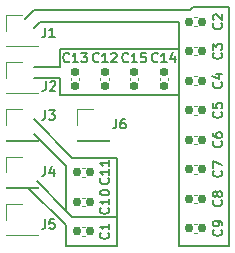
<source format=gto>
G04 #@! TF.GenerationSoftware,KiCad,Pcbnew,(7.0.0)*
G04 #@! TF.CreationDate,2023-03-10T18:14:51+01:00*
G04 #@! TF.ProjectId,CapacitorBox0402,43617061-6369-4746-9f72-426f78303430,rev?*
G04 #@! TF.SameCoordinates,Original*
G04 #@! TF.FileFunction,Legend,Top*
G04 #@! TF.FilePolarity,Positive*
%FSLAX46Y46*%
G04 Gerber Fmt 4.6, Leading zero omitted, Abs format (unit mm)*
G04 Created by KiCad (PCBNEW (7.0.0)) date 2023-03-10 18:14:51*
%MOMM*%
%LPD*%
G01*
G04 APERTURE LIST*
G04 Aperture macros list*
%AMRoundRect*
0 Rectangle with rounded corners*
0 $1 Rounding radius*
0 $2 $3 $4 $5 $6 $7 $8 $9 X,Y pos of 4 corners*
0 Add a 4 corners polygon primitive as box body*
4,1,4,$2,$3,$4,$5,$6,$7,$8,$9,$2,$3,0*
0 Add four circle primitives for the rounded corners*
1,1,$1+$1,$2,$3*
1,1,$1+$1,$4,$5*
1,1,$1+$1,$6,$7*
1,1,$1+$1,$8,$9*
0 Add four rect primitives between the rounded corners*
20,1,$1+$1,$2,$3,$4,$5,0*
20,1,$1+$1,$4,$5,$6,$7,0*
20,1,$1+$1,$6,$7,$8,$9,0*
20,1,$1+$1,$8,$9,$2,$3,0*%
G04 Aperture macros list end*
%ADD10C,0.150000*%
%ADD11C,0.120000*%
%ADD12RoundRect,0.155000X-0.212500X-0.155000X0.212500X-0.155000X0.212500X0.155000X-0.212500X0.155000X0*%
%ADD13RoundRect,0.155000X-0.155000X0.212500X-0.155000X-0.212500X0.155000X-0.212500X0.155000X0.212500X0*%
%ADD14R,1.700000X1.700000*%
G04 #@! TA.AperFunction,Profile*
%ADD15C,0.100000*%
G04 #@! TD*
G04 APERTURE END LIST*
D10*
X111000000Y-121250000D02*
X106750000Y-121250000D01*
X107250000Y-118750000D02*
X111000000Y-118750000D01*
X106750000Y-114500000D02*
X106750000Y-118250000D01*
X104000000Y-101250000D02*
X103250000Y-102000000D01*
X106750000Y-118250000D02*
X104250000Y-115750000D01*
X111000000Y-118750000D02*
X111000000Y-113750000D01*
X120500000Y-121250000D02*
X116250000Y-121250000D01*
X106750000Y-114500000D02*
X104000000Y-111750000D01*
X106750000Y-119500000D02*
X103500000Y-116330000D01*
X104000000Y-106100000D02*
X106200000Y-106100000D01*
X120500000Y-101000000D02*
X120500000Y-121250000D01*
X106200000Y-107000000D02*
X106200000Y-108500000D01*
X106250000Y-102250000D02*
X104500000Y-102250000D01*
X106200000Y-106100000D02*
X106200000Y-104600000D01*
X106750000Y-118250000D02*
X107250000Y-118750000D01*
X117500000Y-101000000D02*
X120500000Y-101000000D01*
X106750000Y-121250000D02*
X106750000Y-119500000D01*
X111000000Y-113750000D02*
X107250000Y-113750000D01*
X116250000Y-108500000D02*
X106200000Y-108500000D01*
X107250000Y-113750000D02*
X104000000Y-110500000D01*
X116250000Y-102250000D02*
X116250000Y-121250000D01*
X106250000Y-102250000D02*
X116250000Y-102250000D01*
X104500000Y-102250000D02*
X104000000Y-102750000D01*
X117500000Y-101000000D02*
X117250000Y-101250000D01*
X106200000Y-107000000D02*
X104000000Y-107000000D01*
X117250000Y-101250000D02*
X104000000Y-101250000D01*
X106200000Y-104600000D02*
X116200000Y-104600000D01*
X111000000Y-118750000D02*
X111000000Y-121250000D01*
X119880214Y-119883332D02*
X119918309Y-119921428D01*
X119918309Y-119921428D02*
X119956404Y-120035713D01*
X119956404Y-120035713D02*
X119956404Y-120111904D01*
X119956404Y-120111904D02*
X119918309Y-120226190D01*
X119918309Y-120226190D02*
X119842119Y-120302380D01*
X119842119Y-120302380D02*
X119765928Y-120340475D01*
X119765928Y-120340475D02*
X119613547Y-120378571D01*
X119613547Y-120378571D02*
X119499261Y-120378571D01*
X119499261Y-120378571D02*
X119346880Y-120340475D01*
X119346880Y-120340475D02*
X119270690Y-120302380D01*
X119270690Y-120302380D02*
X119194500Y-120226190D01*
X119194500Y-120226190D02*
X119156404Y-120111904D01*
X119156404Y-120111904D02*
X119156404Y-120035713D01*
X119156404Y-120035713D02*
X119194500Y-119921428D01*
X119194500Y-119921428D02*
X119232595Y-119883332D01*
X119956404Y-119502380D02*
X119956404Y-119349999D01*
X119956404Y-119349999D02*
X119918309Y-119273809D01*
X119918309Y-119273809D02*
X119880214Y-119235713D01*
X119880214Y-119235713D02*
X119765928Y-119159523D01*
X119765928Y-119159523D02*
X119613547Y-119121428D01*
X119613547Y-119121428D02*
X119308785Y-119121428D01*
X119308785Y-119121428D02*
X119232595Y-119159523D01*
X119232595Y-119159523D02*
X119194500Y-119197618D01*
X119194500Y-119197618D02*
X119156404Y-119273809D01*
X119156404Y-119273809D02*
X119156404Y-119426190D01*
X119156404Y-119426190D02*
X119194500Y-119502380D01*
X119194500Y-119502380D02*
X119232595Y-119540475D01*
X119232595Y-119540475D02*
X119308785Y-119578571D01*
X119308785Y-119578571D02*
X119499261Y-119578571D01*
X119499261Y-119578571D02*
X119575452Y-119540475D01*
X119575452Y-119540475D02*
X119613547Y-119502380D01*
X119613547Y-119502380D02*
X119651642Y-119426190D01*
X119651642Y-119426190D02*
X119651642Y-119273809D01*
X119651642Y-119273809D02*
X119613547Y-119197618D01*
X119613547Y-119197618D02*
X119575452Y-119159523D01*
X119575452Y-119159523D02*
X119499261Y-119121428D01*
X119880214Y-117383332D02*
X119918309Y-117421428D01*
X119918309Y-117421428D02*
X119956404Y-117535713D01*
X119956404Y-117535713D02*
X119956404Y-117611904D01*
X119956404Y-117611904D02*
X119918309Y-117726190D01*
X119918309Y-117726190D02*
X119842119Y-117802380D01*
X119842119Y-117802380D02*
X119765928Y-117840475D01*
X119765928Y-117840475D02*
X119613547Y-117878571D01*
X119613547Y-117878571D02*
X119499261Y-117878571D01*
X119499261Y-117878571D02*
X119346880Y-117840475D01*
X119346880Y-117840475D02*
X119270690Y-117802380D01*
X119270690Y-117802380D02*
X119194500Y-117726190D01*
X119194500Y-117726190D02*
X119156404Y-117611904D01*
X119156404Y-117611904D02*
X119156404Y-117535713D01*
X119156404Y-117535713D02*
X119194500Y-117421428D01*
X119194500Y-117421428D02*
X119232595Y-117383332D01*
X119499261Y-116926190D02*
X119461166Y-117002380D01*
X119461166Y-117002380D02*
X119423071Y-117040475D01*
X119423071Y-117040475D02*
X119346880Y-117078571D01*
X119346880Y-117078571D02*
X119308785Y-117078571D01*
X119308785Y-117078571D02*
X119232595Y-117040475D01*
X119232595Y-117040475D02*
X119194500Y-117002380D01*
X119194500Y-117002380D02*
X119156404Y-116926190D01*
X119156404Y-116926190D02*
X119156404Y-116773809D01*
X119156404Y-116773809D02*
X119194500Y-116697618D01*
X119194500Y-116697618D02*
X119232595Y-116659523D01*
X119232595Y-116659523D02*
X119308785Y-116621428D01*
X119308785Y-116621428D02*
X119346880Y-116621428D01*
X119346880Y-116621428D02*
X119423071Y-116659523D01*
X119423071Y-116659523D02*
X119461166Y-116697618D01*
X119461166Y-116697618D02*
X119499261Y-116773809D01*
X119499261Y-116773809D02*
X119499261Y-116926190D01*
X119499261Y-116926190D02*
X119537357Y-117002380D01*
X119537357Y-117002380D02*
X119575452Y-117040475D01*
X119575452Y-117040475D02*
X119651642Y-117078571D01*
X119651642Y-117078571D02*
X119804023Y-117078571D01*
X119804023Y-117078571D02*
X119880214Y-117040475D01*
X119880214Y-117040475D02*
X119918309Y-117002380D01*
X119918309Y-117002380D02*
X119956404Y-116926190D01*
X119956404Y-116926190D02*
X119956404Y-116773809D01*
X119956404Y-116773809D02*
X119918309Y-116697618D01*
X119918309Y-116697618D02*
X119880214Y-116659523D01*
X119880214Y-116659523D02*
X119804023Y-116621428D01*
X119804023Y-116621428D02*
X119651642Y-116621428D01*
X119651642Y-116621428D02*
X119575452Y-116659523D01*
X119575452Y-116659523D02*
X119537357Y-116697618D01*
X119537357Y-116697618D02*
X119499261Y-116773809D01*
X109485714Y-105617714D02*
X109447618Y-105655809D01*
X109447618Y-105655809D02*
X109333333Y-105693904D01*
X109333333Y-105693904D02*
X109257142Y-105693904D01*
X109257142Y-105693904D02*
X109142856Y-105655809D01*
X109142856Y-105655809D02*
X109066666Y-105579619D01*
X109066666Y-105579619D02*
X109028571Y-105503428D01*
X109028571Y-105503428D02*
X108990475Y-105351047D01*
X108990475Y-105351047D02*
X108990475Y-105236761D01*
X108990475Y-105236761D02*
X109028571Y-105084380D01*
X109028571Y-105084380D02*
X109066666Y-105008190D01*
X109066666Y-105008190D02*
X109142856Y-104932000D01*
X109142856Y-104932000D02*
X109257142Y-104893904D01*
X109257142Y-104893904D02*
X109333333Y-104893904D01*
X109333333Y-104893904D02*
X109447618Y-104932000D01*
X109447618Y-104932000D02*
X109485714Y-104970095D01*
X110247618Y-105693904D02*
X109790475Y-105693904D01*
X110019047Y-105693904D02*
X110019047Y-104893904D01*
X110019047Y-104893904D02*
X109942856Y-105008190D01*
X109942856Y-105008190D02*
X109866666Y-105084380D01*
X109866666Y-105084380D02*
X109790475Y-105122476D01*
X110552380Y-104970095D02*
X110590476Y-104932000D01*
X110590476Y-104932000D02*
X110666666Y-104893904D01*
X110666666Y-104893904D02*
X110857142Y-104893904D01*
X110857142Y-104893904D02*
X110933333Y-104932000D01*
X110933333Y-104932000D02*
X110971428Y-104970095D01*
X110971428Y-104970095D02*
X111009523Y-105046285D01*
X111009523Y-105046285D02*
X111009523Y-105122476D01*
X111009523Y-105122476D02*
X110971428Y-105236761D01*
X110971428Y-105236761D02*
X110514285Y-105693904D01*
X110514285Y-105693904D02*
X111009523Y-105693904D01*
X104983333Y-114493904D02*
X104983333Y-115065333D01*
X104983333Y-115065333D02*
X104945238Y-115179619D01*
X104945238Y-115179619D02*
X104869047Y-115255809D01*
X104869047Y-115255809D02*
X104754762Y-115293904D01*
X104754762Y-115293904D02*
X104678571Y-115293904D01*
X105707143Y-114760571D02*
X105707143Y-115293904D01*
X105516667Y-114455809D02*
X105326190Y-115027238D01*
X105326190Y-115027238D02*
X105821429Y-115027238D01*
X104983333Y-118993904D02*
X104983333Y-119565333D01*
X104983333Y-119565333D02*
X104945238Y-119679619D01*
X104945238Y-119679619D02*
X104869047Y-119755809D01*
X104869047Y-119755809D02*
X104754762Y-119793904D01*
X104754762Y-119793904D02*
X104678571Y-119793904D01*
X105745238Y-118993904D02*
X105364286Y-118993904D01*
X105364286Y-118993904D02*
X105326190Y-119374857D01*
X105326190Y-119374857D02*
X105364286Y-119336761D01*
X105364286Y-119336761D02*
X105440476Y-119298666D01*
X105440476Y-119298666D02*
X105630952Y-119298666D01*
X105630952Y-119298666D02*
X105707143Y-119336761D01*
X105707143Y-119336761D02*
X105745238Y-119374857D01*
X105745238Y-119374857D02*
X105783333Y-119451047D01*
X105783333Y-119451047D02*
X105783333Y-119641523D01*
X105783333Y-119641523D02*
X105745238Y-119717714D01*
X105745238Y-119717714D02*
X105707143Y-119755809D01*
X105707143Y-119755809D02*
X105630952Y-119793904D01*
X105630952Y-119793904D02*
X105440476Y-119793904D01*
X105440476Y-119793904D02*
X105364286Y-119755809D01*
X105364286Y-119755809D02*
X105326190Y-119717714D01*
X111985714Y-105617714D02*
X111947618Y-105655809D01*
X111947618Y-105655809D02*
X111833333Y-105693904D01*
X111833333Y-105693904D02*
X111757142Y-105693904D01*
X111757142Y-105693904D02*
X111642856Y-105655809D01*
X111642856Y-105655809D02*
X111566666Y-105579619D01*
X111566666Y-105579619D02*
X111528571Y-105503428D01*
X111528571Y-105503428D02*
X111490475Y-105351047D01*
X111490475Y-105351047D02*
X111490475Y-105236761D01*
X111490475Y-105236761D02*
X111528571Y-105084380D01*
X111528571Y-105084380D02*
X111566666Y-105008190D01*
X111566666Y-105008190D02*
X111642856Y-104932000D01*
X111642856Y-104932000D02*
X111757142Y-104893904D01*
X111757142Y-104893904D02*
X111833333Y-104893904D01*
X111833333Y-104893904D02*
X111947618Y-104932000D01*
X111947618Y-104932000D02*
X111985714Y-104970095D01*
X112747618Y-105693904D02*
X112290475Y-105693904D01*
X112519047Y-105693904D02*
X112519047Y-104893904D01*
X112519047Y-104893904D02*
X112442856Y-105008190D01*
X112442856Y-105008190D02*
X112366666Y-105084380D01*
X112366666Y-105084380D02*
X112290475Y-105122476D01*
X113471428Y-104893904D02*
X113090476Y-104893904D01*
X113090476Y-104893904D02*
X113052380Y-105274857D01*
X113052380Y-105274857D02*
X113090476Y-105236761D01*
X113090476Y-105236761D02*
X113166666Y-105198666D01*
X113166666Y-105198666D02*
X113357142Y-105198666D01*
X113357142Y-105198666D02*
X113433333Y-105236761D01*
X113433333Y-105236761D02*
X113471428Y-105274857D01*
X113471428Y-105274857D02*
X113509523Y-105351047D01*
X113509523Y-105351047D02*
X113509523Y-105541523D01*
X113509523Y-105541523D02*
X113471428Y-105617714D01*
X113471428Y-105617714D02*
X113433333Y-105655809D01*
X113433333Y-105655809D02*
X113357142Y-105693904D01*
X113357142Y-105693904D02*
X113166666Y-105693904D01*
X113166666Y-105693904D02*
X113090476Y-105655809D01*
X113090476Y-105655809D02*
X113052380Y-105617714D01*
X106985714Y-105617714D02*
X106947618Y-105655809D01*
X106947618Y-105655809D02*
X106833333Y-105693904D01*
X106833333Y-105693904D02*
X106757142Y-105693904D01*
X106757142Y-105693904D02*
X106642856Y-105655809D01*
X106642856Y-105655809D02*
X106566666Y-105579619D01*
X106566666Y-105579619D02*
X106528571Y-105503428D01*
X106528571Y-105503428D02*
X106490475Y-105351047D01*
X106490475Y-105351047D02*
X106490475Y-105236761D01*
X106490475Y-105236761D02*
X106528571Y-105084380D01*
X106528571Y-105084380D02*
X106566666Y-105008190D01*
X106566666Y-105008190D02*
X106642856Y-104932000D01*
X106642856Y-104932000D02*
X106757142Y-104893904D01*
X106757142Y-104893904D02*
X106833333Y-104893904D01*
X106833333Y-104893904D02*
X106947618Y-104932000D01*
X106947618Y-104932000D02*
X106985714Y-104970095D01*
X107747618Y-105693904D02*
X107290475Y-105693904D01*
X107519047Y-105693904D02*
X107519047Y-104893904D01*
X107519047Y-104893904D02*
X107442856Y-105008190D01*
X107442856Y-105008190D02*
X107366666Y-105084380D01*
X107366666Y-105084380D02*
X107290475Y-105122476D01*
X108014285Y-104893904D02*
X108509523Y-104893904D01*
X108509523Y-104893904D02*
X108242857Y-105198666D01*
X108242857Y-105198666D02*
X108357142Y-105198666D01*
X108357142Y-105198666D02*
X108433333Y-105236761D01*
X108433333Y-105236761D02*
X108471428Y-105274857D01*
X108471428Y-105274857D02*
X108509523Y-105351047D01*
X108509523Y-105351047D02*
X108509523Y-105541523D01*
X108509523Y-105541523D02*
X108471428Y-105617714D01*
X108471428Y-105617714D02*
X108433333Y-105655809D01*
X108433333Y-105655809D02*
X108357142Y-105693904D01*
X108357142Y-105693904D02*
X108128571Y-105693904D01*
X108128571Y-105693904D02*
X108052380Y-105655809D01*
X108052380Y-105655809D02*
X108014285Y-105617714D01*
X104983333Y-102743904D02*
X104983333Y-103315333D01*
X104983333Y-103315333D02*
X104945238Y-103429619D01*
X104945238Y-103429619D02*
X104869047Y-103505809D01*
X104869047Y-103505809D02*
X104754762Y-103543904D01*
X104754762Y-103543904D02*
X104678571Y-103543904D01*
X105783333Y-103543904D02*
X105326190Y-103543904D01*
X105554762Y-103543904D02*
X105554762Y-102743904D01*
X105554762Y-102743904D02*
X105478571Y-102858190D01*
X105478571Y-102858190D02*
X105402381Y-102934380D01*
X105402381Y-102934380D02*
X105326190Y-102972476D01*
X110983333Y-110493904D02*
X110983333Y-111065333D01*
X110983333Y-111065333D02*
X110945238Y-111179619D01*
X110945238Y-111179619D02*
X110869047Y-111255809D01*
X110869047Y-111255809D02*
X110754762Y-111293904D01*
X110754762Y-111293904D02*
X110678571Y-111293904D01*
X111707143Y-110493904D02*
X111554762Y-110493904D01*
X111554762Y-110493904D02*
X111478571Y-110532000D01*
X111478571Y-110532000D02*
X111440476Y-110570095D01*
X111440476Y-110570095D02*
X111364286Y-110684380D01*
X111364286Y-110684380D02*
X111326190Y-110836761D01*
X111326190Y-110836761D02*
X111326190Y-111141523D01*
X111326190Y-111141523D02*
X111364286Y-111217714D01*
X111364286Y-111217714D02*
X111402381Y-111255809D01*
X111402381Y-111255809D02*
X111478571Y-111293904D01*
X111478571Y-111293904D02*
X111630952Y-111293904D01*
X111630952Y-111293904D02*
X111707143Y-111255809D01*
X111707143Y-111255809D02*
X111745238Y-111217714D01*
X111745238Y-111217714D02*
X111783333Y-111141523D01*
X111783333Y-111141523D02*
X111783333Y-110951047D01*
X111783333Y-110951047D02*
X111745238Y-110874857D01*
X111745238Y-110874857D02*
X111707143Y-110836761D01*
X111707143Y-110836761D02*
X111630952Y-110798666D01*
X111630952Y-110798666D02*
X111478571Y-110798666D01*
X111478571Y-110798666D02*
X111402381Y-110836761D01*
X111402381Y-110836761D02*
X111364286Y-110874857D01*
X111364286Y-110874857D02*
X111326190Y-110951047D01*
X110317714Y-118014285D02*
X110355809Y-118052381D01*
X110355809Y-118052381D02*
X110393904Y-118166666D01*
X110393904Y-118166666D02*
X110393904Y-118242857D01*
X110393904Y-118242857D02*
X110355809Y-118357143D01*
X110355809Y-118357143D02*
X110279619Y-118433333D01*
X110279619Y-118433333D02*
X110203428Y-118471428D01*
X110203428Y-118471428D02*
X110051047Y-118509524D01*
X110051047Y-118509524D02*
X109936761Y-118509524D01*
X109936761Y-118509524D02*
X109784380Y-118471428D01*
X109784380Y-118471428D02*
X109708190Y-118433333D01*
X109708190Y-118433333D02*
X109632000Y-118357143D01*
X109632000Y-118357143D02*
X109593904Y-118242857D01*
X109593904Y-118242857D02*
X109593904Y-118166666D01*
X109593904Y-118166666D02*
X109632000Y-118052381D01*
X109632000Y-118052381D02*
X109670095Y-118014285D01*
X110393904Y-117252381D02*
X110393904Y-117709524D01*
X110393904Y-117480952D02*
X109593904Y-117480952D01*
X109593904Y-117480952D02*
X109708190Y-117557143D01*
X109708190Y-117557143D02*
X109784380Y-117633333D01*
X109784380Y-117633333D02*
X109822476Y-117709524D01*
X109593904Y-116757142D02*
X109593904Y-116680952D01*
X109593904Y-116680952D02*
X109632000Y-116604761D01*
X109632000Y-116604761D02*
X109670095Y-116566666D01*
X109670095Y-116566666D02*
X109746285Y-116528571D01*
X109746285Y-116528571D02*
X109898666Y-116490476D01*
X109898666Y-116490476D02*
X110089142Y-116490476D01*
X110089142Y-116490476D02*
X110241523Y-116528571D01*
X110241523Y-116528571D02*
X110317714Y-116566666D01*
X110317714Y-116566666D02*
X110355809Y-116604761D01*
X110355809Y-116604761D02*
X110393904Y-116680952D01*
X110393904Y-116680952D02*
X110393904Y-116757142D01*
X110393904Y-116757142D02*
X110355809Y-116833333D01*
X110355809Y-116833333D02*
X110317714Y-116871428D01*
X110317714Y-116871428D02*
X110241523Y-116909523D01*
X110241523Y-116909523D02*
X110089142Y-116947619D01*
X110089142Y-116947619D02*
X109898666Y-116947619D01*
X109898666Y-116947619D02*
X109746285Y-116909523D01*
X109746285Y-116909523D02*
X109670095Y-116871428D01*
X109670095Y-116871428D02*
X109632000Y-116833333D01*
X109632000Y-116833333D02*
X109593904Y-116757142D01*
X114485714Y-105617714D02*
X114447618Y-105655809D01*
X114447618Y-105655809D02*
X114333333Y-105693904D01*
X114333333Y-105693904D02*
X114257142Y-105693904D01*
X114257142Y-105693904D02*
X114142856Y-105655809D01*
X114142856Y-105655809D02*
X114066666Y-105579619D01*
X114066666Y-105579619D02*
X114028571Y-105503428D01*
X114028571Y-105503428D02*
X113990475Y-105351047D01*
X113990475Y-105351047D02*
X113990475Y-105236761D01*
X113990475Y-105236761D02*
X114028571Y-105084380D01*
X114028571Y-105084380D02*
X114066666Y-105008190D01*
X114066666Y-105008190D02*
X114142856Y-104932000D01*
X114142856Y-104932000D02*
X114257142Y-104893904D01*
X114257142Y-104893904D02*
X114333333Y-104893904D01*
X114333333Y-104893904D02*
X114447618Y-104932000D01*
X114447618Y-104932000D02*
X114485714Y-104970095D01*
X115247618Y-105693904D02*
X114790475Y-105693904D01*
X115019047Y-105693904D02*
X115019047Y-104893904D01*
X115019047Y-104893904D02*
X114942856Y-105008190D01*
X114942856Y-105008190D02*
X114866666Y-105084380D01*
X114866666Y-105084380D02*
X114790475Y-105122476D01*
X115933333Y-105160571D02*
X115933333Y-105693904D01*
X115742857Y-104855809D02*
X115552380Y-105427238D01*
X115552380Y-105427238D02*
X116047619Y-105427238D01*
X119880214Y-114883332D02*
X119918309Y-114921428D01*
X119918309Y-114921428D02*
X119956404Y-115035713D01*
X119956404Y-115035713D02*
X119956404Y-115111904D01*
X119956404Y-115111904D02*
X119918309Y-115226190D01*
X119918309Y-115226190D02*
X119842119Y-115302380D01*
X119842119Y-115302380D02*
X119765928Y-115340475D01*
X119765928Y-115340475D02*
X119613547Y-115378571D01*
X119613547Y-115378571D02*
X119499261Y-115378571D01*
X119499261Y-115378571D02*
X119346880Y-115340475D01*
X119346880Y-115340475D02*
X119270690Y-115302380D01*
X119270690Y-115302380D02*
X119194500Y-115226190D01*
X119194500Y-115226190D02*
X119156404Y-115111904D01*
X119156404Y-115111904D02*
X119156404Y-115035713D01*
X119156404Y-115035713D02*
X119194500Y-114921428D01*
X119194500Y-114921428D02*
X119232595Y-114883332D01*
X119156404Y-114616666D02*
X119156404Y-114083332D01*
X119156404Y-114083332D02*
X119956404Y-114426190D01*
X119880214Y-104883332D02*
X119918309Y-104921428D01*
X119918309Y-104921428D02*
X119956404Y-105035713D01*
X119956404Y-105035713D02*
X119956404Y-105111904D01*
X119956404Y-105111904D02*
X119918309Y-105226190D01*
X119918309Y-105226190D02*
X119842119Y-105302380D01*
X119842119Y-105302380D02*
X119765928Y-105340475D01*
X119765928Y-105340475D02*
X119613547Y-105378571D01*
X119613547Y-105378571D02*
X119499261Y-105378571D01*
X119499261Y-105378571D02*
X119346880Y-105340475D01*
X119346880Y-105340475D02*
X119270690Y-105302380D01*
X119270690Y-105302380D02*
X119194500Y-105226190D01*
X119194500Y-105226190D02*
X119156404Y-105111904D01*
X119156404Y-105111904D02*
X119156404Y-105035713D01*
X119156404Y-105035713D02*
X119194500Y-104921428D01*
X119194500Y-104921428D02*
X119232595Y-104883332D01*
X119156404Y-104616666D02*
X119156404Y-104121428D01*
X119156404Y-104121428D02*
X119461166Y-104388094D01*
X119461166Y-104388094D02*
X119461166Y-104273809D01*
X119461166Y-104273809D02*
X119499261Y-104197618D01*
X119499261Y-104197618D02*
X119537357Y-104159523D01*
X119537357Y-104159523D02*
X119613547Y-104121428D01*
X119613547Y-104121428D02*
X119804023Y-104121428D01*
X119804023Y-104121428D02*
X119880214Y-104159523D01*
X119880214Y-104159523D02*
X119918309Y-104197618D01*
X119918309Y-104197618D02*
X119956404Y-104273809D01*
X119956404Y-104273809D02*
X119956404Y-104502380D01*
X119956404Y-104502380D02*
X119918309Y-104578571D01*
X119918309Y-104578571D02*
X119880214Y-104616666D01*
X104983333Y-109743904D02*
X104983333Y-110315333D01*
X104983333Y-110315333D02*
X104945238Y-110429619D01*
X104945238Y-110429619D02*
X104869047Y-110505809D01*
X104869047Y-110505809D02*
X104754762Y-110543904D01*
X104754762Y-110543904D02*
X104678571Y-110543904D01*
X105288095Y-109743904D02*
X105783333Y-109743904D01*
X105783333Y-109743904D02*
X105516667Y-110048666D01*
X105516667Y-110048666D02*
X105630952Y-110048666D01*
X105630952Y-110048666D02*
X105707143Y-110086761D01*
X105707143Y-110086761D02*
X105745238Y-110124857D01*
X105745238Y-110124857D02*
X105783333Y-110201047D01*
X105783333Y-110201047D02*
X105783333Y-110391523D01*
X105783333Y-110391523D02*
X105745238Y-110467714D01*
X105745238Y-110467714D02*
X105707143Y-110505809D01*
X105707143Y-110505809D02*
X105630952Y-110543904D01*
X105630952Y-110543904D02*
X105402381Y-110543904D01*
X105402381Y-110543904D02*
X105326190Y-110505809D01*
X105326190Y-110505809D02*
X105288095Y-110467714D01*
X119880214Y-107383332D02*
X119918309Y-107421428D01*
X119918309Y-107421428D02*
X119956404Y-107535713D01*
X119956404Y-107535713D02*
X119956404Y-107611904D01*
X119956404Y-107611904D02*
X119918309Y-107726190D01*
X119918309Y-107726190D02*
X119842119Y-107802380D01*
X119842119Y-107802380D02*
X119765928Y-107840475D01*
X119765928Y-107840475D02*
X119613547Y-107878571D01*
X119613547Y-107878571D02*
X119499261Y-107878571D01*
X119499261Y-107878571D02*
X119346880Y-107840475D01*
X119346880Y-107840475D02*
X119270690Y-107802380D01*
X119270690Y-107802380D02*
X119194500Y-107726190D01*
X119194500Y-107726190D02*
X119156404Y-107611904D01*
X119156404Y-107611904D02*
X119156404Y-107535713D01*
X119156404Y-107535713D02*
X119194500Y-107421428D01*
X119194500Y-107421428D02*
X119232595Y-107383332D01*
X119423071Y-106697618D02*
X119956404Y-106697618D01*
X119118309Y-106888094D02*
X119689738Y-107078571D01*
X119689738Y-107078571D02*
X119689738Y-106583332D01*
X119880214Y-102383332D02*
X119918309Y-102421428D01*
X119918309Y-102421428D02*
X119956404Y-102535713D01*
X119956404Y-102535713D02*
X119956404Y-102611904D01*
X119956404Y-102611904D02*
X119918309Y-102726190D01*
X119918309Y-102726190D02*
X119842119Y-102802380D01*
X119842119Y-102802380D02*
X119765928Y-102840475D01*
X119765928Y-102840475D02*
X119613547Y-102878571D01*
X119613547Y-102878571D02*
X119499261Y-102878571D01*
X119499261Y-102878571D02*
X119346880Y-102840475D01*
X119346880Y-102840475D02*
X119270690Y-102802380D01*
X119270690Y-102802380D02*
X119194500Y-102726190D01*
X119194500Y-102726190D02*
X119156404Y-102611904D01*
X119156404Y-102611904D02*
X119156404Y-102535713D01*
X119156404Y-102535713D02*
X119194500Y-102421428D01*
X119194500Y-102421428D02*
X119232595Y-102383332D01*
X119232595Y-102078571D02*
X119194500Y-102040475D01*
X119194500Y-102040475D02*
X119156404Y-101964285D01*
X119156404Y-101964285D02*
X119156404Y-101773809D01*
X119156404Y-101773809D02*
X119194500Y-101697618D01*
X119194500Y-101697618D02*
X119232595Y-101659523D01*
X119232595Y-101659523D02*
X119308785Y-101621428D01*
X119308785Y-101621428D02*
X119384976Y-101621428D01*
X119384976Y-101621428D02*
X119499261Y-101659523D01*
X119499261Y-101659523D02*
X119956404Y-102116666D01*
X119956404Y-102116666D02*
X119956404Y-101621428D01*
X119880214Y-112383332D02*
X119918309Y-112421428D01*
X119918309Y-112421428D02*
X119956404Y-112535713D01*
X119956404Y-112535713D02*
X119956404Y-112611904D01*
X119956404Y-112611904D02*
X119918309Y-112726190D01*
X119918309Y-112726190D02*
X119842119Y-112802380D01*
X119842119Y-112802380D02*
X119765928Y-112840475D01*
X119765928Y-112840475D02*
X119613547Y-112878571D01*
X119613547Y-112878571D02*
X119499261Y-112878571D01*
X119499261Y-112878571D02*
X119346880Y-112840475D01*
X119346880Y-112840475D02*
X119270690Y-112802380D01*
X119270690Y-112802380D02*
X119194500Y-112726190D01*
X119194500Y-112726190D02*
X119156404Y-112611904D01*
X119156404Y-112611904D02*
X119156404Y-112535713D01*
X119156404Y-112535713D02*
X119194500Y-112421428D01*
X119194500Y-112421428D02*
X119232595Y-112383332D01*
X119156404Y-111697618D02*
X119156404Y-111849999D01*
X119156404Y-111849999D02*
X119194500Y-111926190D01*
X119194500Y-111926190D02*
X119232595Y-111964285D01*
X119232595Y-111964285D02*
X119346880Y-112040475D01*
X119346880Y-112040475D02*
X119499261Y-112078571D01*
X119499261Y-112078571D02*
X119804023Y-112078571D01*
X119804023Y-112078571D02*
X119880214Y-112040475D01*
X119880214Y-112040475D02*
X119918309Y-112002380D01*
X119918309Y-112002380D02*
X119956404Y-111926190D01*
X119956404Y-111926190D02*
X119956404Y-111773809D01*
X119956404Y-111773809D02*
X119918309Y-111697618D01*
X119918309Y-111697618D02*
X119880214Y-111659523D01*
X119880214Y-111659523D02*
X119804023Y-111621428D01*
X119804023Y-111621428D02*
X119613547Y-111621428D01*
X119613547Y-111621428D02*
X119537357Y-111659523D01*
X119537357Y-111659523D02*
X119499261Y-111697618D01*
X119499261Y-111697618D02*
X119461166Y-111773809D01*
X119461166Y-111773809D02*
X119461166Y-111926190D01*
X119461166Y-111926190D02*
X119499261Y-112002380D01*
X119499261Y-112002380D02*
X119537357Y-112040475D01*
X119537357Y-112040475D02*
X119613547Y-112078571D01*
X110317714Y-115514285D02*
X110355809Y-115552381D01*
X110355809Y-115552381D02*
X110393904Y-115666666D01*
X110393904Y-115666666D02*
X110393904Y-115742857D01*
X110393904Y-115742857D02*
X110355809Y-115857143D01*
X110355809Y-115857143D02*
X110279619Y-115933333D01*
X110279619Y-115933333D02*
X110203428Y-115971428D01*
X110203428Y-115971428D02*
X110051047Y-116009524D01*
X110051047Y-116009524D02*
X109936761Y-116009524D01*
X109936761Y-116009524D02*
X109784380Y-115971428D01*
X109784380Y-115971428D02*
X109708190Y-115933333D01*
X109708190Y-115933333D02*
X109632000Y-115857143D01*
X109632000Y-115857143D02*
X109593904Y-115742857D01*
X109593904Y-115742857D02*
X109593904Y-115666666D01*
X109593904Y-115666666D02*
X109632000Y-115552381D01*
X109632000Y-115552381D02*
X109670095Y-115514285D01*
X110393904Y-114752381D02*
X110393904Y-115209524D01*
X110393904Y-114980952D02*
X109593904Y-114980952D01*
X109593904Y-114980952D02*
X109708190Y-115057143D01*
X109708190Y-115057143D02*
X109784380Y-115133333D01*
X109784380Y-115133333D02*
X109822476Y-115209524D01*
X110393904Y-113990476D02*
X110393904Y-114447619D01*
X110393904Y-114219047D02*
X109593904Y-114219047D01*
X109593904Y-114219047D02*
X109708190Y-114295238D01*
X109708190Y-114295238D02*
X109784380Y-114371428D01*
X109784380Y-114371428D02*
X109822476Y-114447619D01*
X105033333Y-107293904D02*
X105033333Y-107865333D01*
X105033333Y-107865333D02*
X104995238Y-107979619D01*
X104995238Y-107979619D02*
X104919047Y-108055809D01*
X104919047Y-108055809D02*
X104804762Y-108093904D01*
X104804762Y-108093904D02*
X104728571Y-108093904D01*
X105376190Y-107370095D02*
X105414286Y-107332000D01*
X105414286Y-107332000D02*
X105490476Y-107293904D01*
X105490476Y-107293904D02*
X105680952Y-107293904D01*
X105680952Y-107293904D02*
X105757143Y-107332000D01*
X105757143Y-107332000D02*
X105795238Y-107370095D01*
X105795238Y-107370095D02*
X105833333Y-107446285D01*
X105833333Y-107446285D02*
X105833333Y-107522476D01*
X105833333Y-107522476D02*
X105795238Y-107636761D01*
X105795238Y-107636761D02*
X105338095Y-108093904D01*
X105338095Y-108093904D02*
X105833333Y-108093904D01*
X119880214Y-109883332D02*
X119918309Y-109921428D01*
X119918309Y-109921428D02*
X119956404Y-110035713D01*
X119956404Y-110035713D02*
X119956404Y-110111904D01*
X119956404Y-110111904D02*
X119918309Y-110226190D01*
X119918309Y-110226190D02*
X119842119Y-110302380D01*
X119842119Y-110302380D02*
X119765928Y-110340475D01*
X119765928Y-110340475D02*
X119613547Y-110378571D01*
X119613547Y-110378571D02*
X119499261Y-110378571D01*
X119499261Y-110378571D02*
X119346880Y-110340475D01*
X119346880Y-110340475D02*
X119270690Y-110302380D01*
X119270690Y-110302380D02*
X119194500Y-110226190D01*
X119194500Y-110226190D02*
X119156404Y-110111904D01*
X119156404Y-110111904D02*
X119156404Y-110035713D01*
X119156404Y-110035713D02*
X119194500Y-109921428D01*
X119194500Y-109921428D02*
X119232595Y-109883332D01*
X119156404Y-109159523D02*
X119156404Y-109540475D01*
X119156404Y-109540475D02*
X119537357Y-109578571D01*
X119537357Y-109578571D02*
X119499261Y-109540475D01*
X119499261Y-109540475D02*
X119461166Y-109464285D01*
X119461166Y-109464285D02*
X119461166Y-109273809D01*
X119461166Y-109273809D02*
X119499261Y-109197618D01*
X119499261Y-109197618D02*
X119537357Y-109159523D01*
X119537357Y-109159523D02*
X119613547Y-109121428D01*
X119613547Y-109121428D02*
X119804023Y-109121428D01*
X119804023Y-109121428D02*
X119880214Y-109159523D01*
X119880214Y-109159523D02*
X119918309Y-109197618D01*
X119918309Y-109197618D02*
X119956404Y-109273809D01*
X119956404Y-109273809D02*
X119956404Y-109464285D01*
X119956404Y-109464285D02*
X119918309Y-109540475D01*
X119918309Y-109540475D02*
X119880214Y-109578571D01*
X110317714Y-120133332D02*
X110355809Y-120171428D01*
X110355809Y-120171428D02*
X110393904Y-120285713D01*
X110393904Y-120285713D02*
X110393904Y-120361904D01*
X110393904Y-120361904D02*
X110355809Y-120476190D01*
X110355809Y-120476190D02*
X110279619Y-120552380D01*
X110279619Y-120552380D02*
X110203428Y-120590475D01*
X110203428Y-120590475D02*
X110051047Y-120628571D01*
X110051047Y-120628571D02*
X109936761Y-120628571D01*
X109936761Y-120628571D02*
X109784380Y-120590475D01*
X109784380Y-120590475D02*
X109708190Y-120552380D01*
X109708190Y-120552380D02*
X109632000Y-120476190D01*
X109632000Y-120476190D02*
X109593904Y-120361904D01*
X109593904Y-120361904D02*
X109593904Y-120285713D01*
X109593904Y-120285713D02*
X109632000Y-120171428D01*
X109632000Y-120171428D02*
X109670095Y-120133332D01*
X110393904Y-119371428D02*
X110393904Y-119828571D01*
X110393904Y-119599999D02*
X109593904Y-119599999D01*
X109593904Y-119599999D02*
X109708190Y-119676190D01*
X109708190Y-119676190D02*
X109784380Y-119752380D01*
X109784380Y-119752380D02*
X109822476Y-119828571D01*
D11*
X117584165Y-120110000D02*
X117815835Y-120110000D01*
X117584165Y-119390000D02*
X117815835Y-119390000D01*
X117584165Y-117610000D02*
X117815835Y-117610000D01*
X117584165Y-116890000D02*
X117815835Y-116890000D01*
X110360000Y-106984165D02*
X110360000Y-107215835D01*
X109640000Y-106984165D02*
X109640000Y-107215835D01*
X101670000Y-115000000D02*
X101670000Y-113670000D01*
X101670000Y-116330000D02*
X104330000Y-116330000D01*
X104330000Y-116270000D02*
X104330000Y-116330000D01*
X101670000Y-116270000D02*
X104330000Y-116270000D01*
X101670000Y-116270000D02*
X101670000Y-116330000D01*
X101670000Y-113670000D02*
X103000000Y-113670000D01*
X101670000Y-117670000D02*
X103000000Y-117670000D01*
X101670000Y-120330000D02*
X104330000Y-120330000D01*
X101670000Y-120270000D02*
X104330000Y-120270000D01*
X101670000Y-120270000D02*
X101670000Y-120330000D01*
X101670000Y-119000000D02*
X101670000Y-117670000D01*
X104330000Y-120270000D02*
X104330000Y-120330000D01*
X112860000Y-106984165D02*
X112860000Y-107215835D01*
X112140000Y-106984165D02*
X112140000Y-107215835D01*
X107860000Y-106984165D02*
X107860000Y-107215835D01*
X107140000Y-106984165D02*
X107140000Y-107215835D01*
X101670000Y-104270000D02*
X101670000Y-104330000D01*
X101670000Y-104330000D02*
X104330000Y-104330000D01*
X101670000Y-104270000D02*
X104330000Y-104270000D01*
X101670000Y-101670000D02*
X103000000Y-101670000D01*
X104330000Y-104270000D02*
X104330000Y-104330000D01*
X101670000Y-103000000D02*
X101670000Y-101670000D01*
X107670000Y-109670000D02*
X109000000Y-109670000D01*
X107670000Y-111000000D02*
X107670000Y-109670000D01*
X110330000Y-112270000D02*
X110330000Y-112330000D01*
X107670000Y-112270000D02*
X110330000Y-112270000D01*
X107670000Y-112270000D02*
X107670000Y-112330000D01*
X107670000Y-112330000D02*
X110330000Y-112330000D01*
X108084165Y-117140000D02*
X108315835Y-117140000D01*
X108084165Y-117860000D02*
X108315835Y-117860000D01*
X115360000Y-106984165D02*
X115360000Y-107215835D01*
X114640000Y-106984165D02*
X114640000Y-107215835D01*
X117584165Y-115110000D02*
X117815835Y-115110000D01*
X117584165Y-114390000D02*
X117815835Y-114390000D01*
X117584165Y-104390000D02*
X117815835Y-104390000D01*
X117584165Y-105110000D02*
X117815835Y-105110000D01*
X101670000Y-112330000D02*
X104330000Y-112330000D01*
X104330000Y-112270000D02*
X104330000Y-112330000D01*
X101670000Y-112270000D02*
X104330000Y-112270000D01*
X101670000Y-112270000D02*
X101670000Y-112330000D01*
X101670000Y-109670000D02*
X103000000Y-109670000D01*
X101670000Y-111000000D02*
X101670000Y-109670000D01*
X117584165Y-107610000D02*
X117815835Y-107610000D01*
X117584165Y-106890000D02*
X117815835Y-106890000D01*
X117584165Y-102610000D02*
X117815835Y-102610000D01*
X117584165Y-101890000D02*
X117815835Y-101890000D01*
X117584165Y-112610000D02*
X117815835Y-112610000D01*
X117584165Y-111890000D02*
X117815835Y-111890000D01*
X108084165Y-115360000D02*
X108315835Y-115360000D01*
X108084165Y-114640000D02*
X108315835Y-114640000D01*
X101670000Y-107000000D02*
X101670000Y-105670000D01*
X101670000Y-108330000D02*
X104330000Y-108330000D01*
X101670000Y-108270000D02*
X101670000Y-108330000D01*
X104330000Y-108270000D02*
X104330000Y-108330000D01*
X101670000Y-108270000D02*
X104330000Y-108270000D01*
X101670000Y-105670000D02*
X103000000Y-105670000D01*
X117584165Y-109390000D02*
X117815835Y-109390000D01*
X117584165Y-110110000D02*
X117815835Y-110110000D01*
X108084165Y-119640000D02*
X108315835Y-119640000D01*
X108084165Y-120360000D02*
X108315835Y-120360000D01*
%LPC*%
D12*
X117132500Y-119750000D03*
X118267500Y-119750000D03*
X117132500Y-117250000D03*
X118267500Y-117250000D03*
D13*
X110000000Y-106532500D03*
X110000000Y-107667500D03*
D14*
X102999999Y-114999999D03*
X102999999Y-118999999D03*
D13*
X112500000Y-106532500D03*
X112500000Y-107667500D03*
X107500000Y-106532500D03*
X107500000Y-107667500D03*
D14*
X102999999Y-102999999D03*
X108999999Y-110999999D03*
D12*
X107632500Y-117500000D03*
X108767500Y-117500000D03*
D13*
X115000000Y-106532500D03*
X115000000Y-107667500D03*
D12*
X117132500Y-114750000D03*
X118267500Y-114750000D03*
X117132500Y-104750000D03*
X118267500Y-104750000D03*
D14*
X102999999Y-110999999D03*
D12*
X117132500Y-107250000D03*
X118267500Y-107250000D03*
X117132500Y-102250000D03*
X118267500Y-102250000D03*
X117132500Y-112250000D03*
X118267500Y-112250000D03*
X107632500Y-115000000D03*
X108767500Y-115000000D03*
D14*
X102999999Y-106999999D03*
D12*
X117132500Y-109750000D03*
X118267500Y-109750000D03*
X107632500Y-120000000D03*
X108767500Y-120000000D03*
D15*
X101000000Y-100000000D02*
X121000000Y-100000000D01*
X121000000Y-100000000D02*
X121000000Y-122000000D01*
X121000000Y-122000000D02*
X101000000Y-122000000D01*
X101000000Y-100000000D02*
X101000000Y-122000000D01*
M02*

</source>
